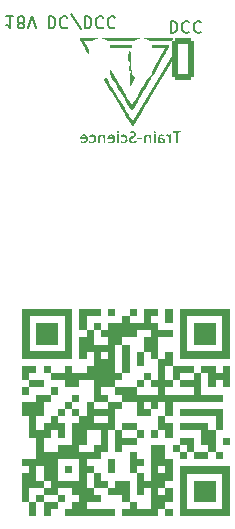
<source format=gbr>
%TF.GenerationSoftware,KiCad,Pcbnew,8.0.2*%
%TF.CreationDate,2024-09-07T15:44:48+02:00*%
%TF.ProjectId,OS-servoDriver,4f532d73-6572-4766-9f44-72697665722e,rev?*%
%TF.SameCoordinates,Original*%
%TF.FileFunction,Legend,Bot*%
%TF.FilePolarity,Positive*%
%FSLAX46Y46*%
G04 Gerber Fmt 4.6, Leading zero omitted, Abs format (unit mm)*
G04 Created by KiCad (PCBNEW 8.0.2) date 2024-09-07 15:44:48*
%MOMM*%
%LPD*%
G01*
G04 APERTURE LIST*
G04 Aperture macros list*
%AMRoundRect*
0 Rectangle with rounded corners*
0 $1 Rounding radius*
0 $2 $3 $4 $5 $6 $7 $8 $9 X,Y pos of 4 corners*
0 Add a 4 corners polygon primitive as box body*
4,1,4,$2,$3,$4,$5,$6,$7,$8,$9,$2,$3,0*
0 Add four circle primitives for the rounded corners*
1,1,$1+$1,$2,$3*
1,1,$1+$1,$4,$5*
1,1,$1+$1,$6,$7*
1,1,$1+$1,$8,$9*
0 Add four rect primitives between the rounded corners*
20,1,$1+$1,$2,$3,$4,$5,0*
20,1,$1+$1,$4,$5,$6,$7,0*
20,1,$1+$1,$6,$7,$8,$9,0*
20,1,$1+$1,$8,$9,$2,$3,0*%
G04 Aperture macros list end*
%ADD10C,0.150000*%
%ADD11C,0.000000*%
%ADD12O,1.800000X3.600000*%
%ADD13RoundRect,0.250000X0.650000X1.550000X-0.650000X1.550000X-0.650000X-1.550000X0.650000X-1.550000X0*%
%ADD14O,1.700000X1.700000*%
%ADD15R,1.700000X1.700000*%
%ADD16C,3.200000*%
G04 APERTURE END LIST*
D10*
X124288779Y-106810180D02*
X124288779Y-107810180D01*
X124288779Y-107810180D02*
X124526874Y-107810180D01*
X124526874Y-107810180D02*
X124669731Y-107762561D01*
X124669731Y-107762561D02*
X124764969Y-107667323D01*
X124764969Y-107667323D02*
X124812588Y-107572085D01*
X124812588Y-107572085D02*
X124860207Y-107381609D01*
X124860207Y-107381609D02*
X124860207Y-107238752D01*
X124860207Y-107238752D02*
X124812588Y-107048276D01*
X124812588Y-107048276D02*
X124764969Y-106953038D01*
X124764969Y-106953038D02*
X124669731Y-106857800D01*
X124669731Y-106857800D02*
X124526874Y-106810180D01*
X124526874Y-106810180D02*
X124288779Y-106810180D01*
X125860207Y-106905419D02*
X125812588Y-106857800D01*
X125812588Y-106857800D02*
X125669731Y-106810180D01*
X125669731Y-106810180D02*
X125574493Y-106810180D01*
X125574493Y-106810180D02*
X125431636Y-106857800D01*
X125431636Y-106857800D02*
X125336398Y-106953038D01*
X125336398Y-106953038D02*
X125288779Y-107048276D01*
X125288779Y-107048276D02*
X125241160Y-107238752D01*
X125241160Y-107238752D02*
X125241160Y-107381609D01*
X125241160Y-107381609D02*
X125288779Y-107572085D01*
X125288779Y-107572085D02*
X125336398Y-107667323D01*
X125336398Y-107667323D02*
X125431636Y-107762561D01*
X125431636Y-107762561D02*
X125574493Y-107810180D01*
X125574493Y-107810180D02*
X125669731Y-107810180D01*
X125669731Y-107810180D02*
X125812588Y-107762561D01*
X125812588Y-107762561D02*
X125860207Y-107714942D01*
X126860207Y-106905419D02*
X126812588Y-106857800D01*
X126812588Y-106857800D02*
X126669731Y-106810180D01*
X126669731Y-106810180D02*
X126574493Y-106810180D01*
X126574493Y-106810180D02*
X126431636Y-106857800D01*
X126431636Y-106857800D02*
X126336398Y-106953038D01*
X126336398Y-106953038D02*
X126288779Y-107048276D01*
X126288779Y-107048276D02*
X126241160Y-107238752D01*
X126241160Y-107238752D02*
X126241160Y-107381609D01*
X126241160Y-107381609D02*
X126288779Y-107572085D01*
X126288779Y-107572085D02*
X126336398Y-107667323D01*
X126336398Y-107667323D02*
X126431636Y-107762561D01*
X126431636Y-107762561D02*
X126574493Y-107810180D01*
X126574493Y-107810180D02*
X126669731Y-107810180D01*
X126669731Y-107810180D02*
X126812588Y-107762561D01*
X126812588Y-107762561D02*
X126860207Y-107714942D01*
X110969588Y-106429180D02*
X110398160Y-106429180D01*
X110683874Y-106429180D02*
X110683874Y-107429180D01*
X110683874Y-107429180D02*
X110588636Y-107286323D01*
X110588636Y-107286323D02*
X110493398Y-107191085D01*
X110493398Y-107191085D02*
X110398160Y-107143466D01*
X111541017Y-107000609D02*
X111445779Y-107048228D01*
X111445779Y-107048228D02*
X111398160Y-107095847D01*
X111398160Y-107095847D02*
X111350541Y-107191085D01*
X111350541Y-107191085D02*
X111350541Y-107238704D01*
X111350541Y-107238704D02*
X111398160Y-107333942D01*
X111398160Y-107333942D02*
X111445779Y-107381561D01*
X111445779Y-107381561D02*
X111541017Y-107429180D01*
X111541017Y-107429180D02*
X111731493Y-107429180D01*
X111731493Y-107429180D02*
X111826731Y-107381561D01*
X111826731Y-107381561D02*
X111874350Y-107333942D01*
X111874350Y-107333942D02*
X111921969Y-107238704D01*
X111921969Y-107238704D02*
X111921969Y-107191085D01*
X111921969Y-107191085D02*
X111874350Y-107095847D01*
X111874350Y-107095847D02*
X111826731Y-107048228D01*
X111826731Y-107048228D02*
X111731493Y-107000609D01*
X111731493Y-107000609D02*
X111541017Y-107000609D01*
X111541017Y-107000609D02*
X111445779Y-106952990D01*
X111445779Y-106952990D02*
X111398160Y-106905371D01*
X111398160Y-106905371D02*
X111350541Y-106810133D01*
X111350541Y-106810133D02*
X111350541Y-106619657D01*
X111350541Y-106619657D02*
X111398160Y-106524419D01*
X111398160Y-106524419D02*
X111445779Y-106476800D01*
X111445779Y-106476800D02*
X111541017Y-106429180D01*
X111541017Y-106429180D02*
X111731493Y-106429180D01*
X111731493Y-106429180D02*
X111826731Y-106476800D01*
X111826731Y-106476800D02*
X111874350Y-106524419D01*
X111874350Y-106524419D02*
X111921969Y-106619657D01*
X111921969Y-106619657D02*
X111921969Y-106810133D01*
X111921969Y-106810133D02*
X111874350Y-106905371D01*
X111874350Y-106905371D02*
X111826731Y-106952990D01*
X111826731Y-106952990D02*
X111731493Y-107000609D01*
X112207684Y-107429180D02*
X112541017Y-106429180D01*
X112541017Y-106429180D02*
X112874350Y-107429180D01*
X113969589Y-106429180D02*
X113969589Y-107429180D01*
X113969589Y-107429180D02*
X114207684Y-107429180D01*
X114207684Y-107429180D02*
X114350541Y-107381561D01*
X114350541Y-107381561D02*
X114445779Y-107286323D01*
X114445779Y-107286323D02*
X114493398Y-107191085D01*
X114493398Y-107191085D02*
X114541017Y-107000609D01*
X114541017Y-107000609D02*
X114541017Y-106857752D01*
X114541017Y-106857752D02*
X114493398Y-106667276D01*
X114493398Y-106667276D02*
X114445779Y-106572038D01*
X114445779Y-106572038D02*
X114350541Y-106476800D01*
X114350541Y-106476800D02*
X114207684Y-106429180D01*
X114207684Y-106429180D02*
X113969589Y-106429180D01*
X115541017Y-106524419D02*
X115493398Y-106476800D01*
X115493398Y-106476800D02*
X115350541Y-106429180D01*
X115350541Y-106429180D02*
X115255303Y-106429180D01*
X115255303Y-106429180D02*
X115112446Y-106476800D01*
X115112446Y-106476800D02*
X115017208Y-106572038D01*
X115017208Y-106572038D02*
X114969589Y-106667276D01*
X114969589Y-106667276D02*
X114921970Y-106857752D01*
X114921970Y-106857752D02*
X114921970Y-107000609D01*
X114921970Y-107000609D02*
X114969589Y-107191085D01*
X114969589Y-107191085D02*
X115017208Y-107286323D01*
X115017208Y-107286323D02*
X115112446Y-107381561D01*
X115112446Y-107381561D02*
X115255303Y-107429180D01*
X115255303Y-107429180D02*
X115350541Y-107429180D01*
X115350541Y-107429180D02*
X115493398Y-107381561D01*
X115493398Y-107381561D02*
X115541017Y-107333942D01*
X116683874Y-107476800D02*
X115826732Y-106191085D01*
X117017208Y-106429180D02*
X117017208Y-107429180D01*
X117017208Y-107429180D02*
X117255303Y-107429180D01*
X117255303Y-107429180D02*
X117398160Y-107381561D01*
X117398160Y-107381561D02*
X117493398Y-107286323D01*
X117493398Y-107286323D02*
X117541017Y-107191085D01*
X117541017Y-107191085D02*
X117588636Y-107000609D01*
X117588636Y-107000609D02*
X117588636Y-106857752D01*
X117588636Y-106857752D02*
X117541017Y-106667276D01*
X117541017Y-106667276D02*
X117493398Y-106572038D01*
X117493398Y-106572038D02*
X117398160Y-106476800D01*
X117398160Y-106476800D02*
X117255303Y-106429180D01*
X117255303Y-106429180D02*
X117017208Y-106429180D01*
X118588636Y-106524419D02*
X118541017Y-106476800D01*
X118541017Y-106476800D02*
X118398160Y-106429180D01*
X118398160Y-106429180D02*
X118302922Y-106429180D01*
X118302922Y-106429180D02*
X118160065Y-106476800D01*
X118160065Y-106476800D02*
X118064827Y-106572038D01*
X118064827Y-106572038D02*
X118017208Y-106667276D01*
X118017208Y-106667276D02*
X117969589Y-106857752D01*
X117969589Y-106857752D02*
X117969589Y-107000609D01*
X117969589Y-107000609D02*
X118017208Y-107191085D01*
X118017208Y-107191085D02*
X118064827Y-107286323D01*
X118064827Y-107286323D02*
X118160065Y-107381561D01*
X118160065Y-107381561D02*
X118302922Y-107429180D01*
X118302922Y-107429180D02*
X118398160Y-107429180D01*
X118398160Y-107429180D02*
X118541017Y-107381561D01*
X118541017Y-107381561D02*
X118588636Y-107333942D01*
X119588636Y-106524419D02*
X119541017Y-106476800D01*
X119541017Y-106476800D02*
X119398160Y-106429180D01*
X119398160Y-106429180D02*
X119302922Y-106429180D01*
X119302922Y-106429180D02*
X119160065Y-106476800D01*
X119160065Y-106476800D02*
X119064827Y-106572038D01*
X119064827Y-106572038D02*
X119017208Y-106667276D01*
X119017208Y-106667276D02*
X118969589Y-106857752D01*
X118969589Y-106857752D02*
X118969589Y-107000609D01*
X118969589Y-107000609D02*
X119017208Y-107191085D01*
X119017208Y-107191085D02*
X119064827Y-107286323D01*
X119064827Y-107286323D02*
X119160065Y-107381561D01*
X119160065Y-107381561D02*
X119302922Y-107429180D01*
X119302922Y-107429180D02*
X119398160Y-107429180D01*
X119398160Y-107429180D02*
X119541017Y-107381561D01*
X119541017Y-107381561D02*
X119588636Y-107333942D01*
D11*
%TO.C,G\u002A\u002A\u002A*%
G36*
X119937643Y-117154200D02*
G01*
X119776679Y-117154200D01*
X119776679Y-116413769D01*
X119937643Y-116413769D01*
X119937643Y-117154200D01*
G37*
G36*
X123028137Y-117154200D02*
G01*
X122867174Y-117154200D01*
X122867174Y-116413769D01*
X123028137Y-116413769D01*
X123028137Y-117154200D01*
G37*
G36*
X119900562Y-116154361D02*
G01*
X119931833Y-116212565D01*
X119933714Y-116229786D01*
X119920546Y-116273959D01*
X119861300Y-116284999D01*
X119807002Y-116279300D01*
X119758463Y-116243248D01*
X119764576Y-116173528D01*
X119788557Y-116141565D01*
X119844317Y-116128714D01*
X119900562Y-116154361D01*
G37*
G36*
X122991057Y-116154361D02*
G01*
X123022328Y-116212565D01*
X123024208Y-116229786D01*
X123011040Y-116273959D01*
X122951794Y-116284999D01*
X122897497Y-116279300D01*
X122848957Y-116243248D01*
X122855070Y-116173528D01*
X122879051Y-116141565D01*
X122934811Y-116128714D01*
X122991057Y-116154361D01*
G37*
G36*
X121802697Y-116682845D02*
G01*
X121873403Y-116709919D01*
X121901394Y-116752406D01*
X121899883Y-116762965D01*
X121874379Y-116785353D01*
X121808268Y-116796841D01*
X121689781Y-116800081D01*
X121590351Y-116798672D01*
X121520453Y-116791260D01*
X121490951Y-116774166D01*
X121488845Y-116743744D01*
X121490713Y-116737014D01*
X121533283Y-116698266D01*
X121612737Y-116676600D01*
X121709175Y-116671599D01*
X121802697Y-116682845D01*
G37*
G36*
X124348035Y-117154200D02*
G01*
X124267554Y-117154200D01*
X124242154Y-117153549D01*
X124210963Y-117143539D01*
X124194538Y-117110440D01*
X124188151Y-117040488D01*
X124187072Y-116919919D01*
X124186820Y-116887100D01*
X124174100Y-116726385D01*
X124139695Y-116619818D01*
X124080170Y-116560752D01*
X123992091Y-116542540D01*
X123970283Y-116542013D01*
X123912873Y-116525633D01*
X123897338Y-116478155D01*
X123904379Y-116450259D01*
X123952967Y-116417074D01*
X124032476Y-116415196D01*
X124124803Y-116447095D01*
X124167366Y-116463977D01*
X124187072Y-116447095D01*
X124207060Y-116425174D01*
X124267554Y-116413769D01*
X124348035Y-116413769D01*
X124348035Y-117154200D01*
G37*
G36*
X124913250Y-116124161D02*
G01*
X125051928Y-116125892D01*
X125140901Y-116130863D01*
X125190335Y-116140589D01*
X125210399Y-116156588D01*
X125211260Y-116180373D01*
X125198923Y-116207105D01*
X125148526Y-116233408D01*
X125047936Y-116246522D01*
X124895310Y-116256334D01*
X124895310Y-117154200D01*
X124734347Y-117154200D01*
X124734347Y-116252806D01*
X124589480Y-116252806D01*
X124579073Y-116252782D01*
X124493451Y-116247683D01*
X124454092Y-116228657D01*
X124444613Y-116188421D01*
X124446076Y-116169024D01*
X124458582Y-116148129D01*
X124492918Y-116134945D01*
X124559722Y-116127709D01*
X124669632Y-116124660D01*
X124833286Y-116124036D01*
X124913250Y-116124161D01*
G37*
G36*
X117767443Y-116428527D02*
G01*
X117871074Y-116489042D01*
X117936761Y-116599108D01*
X117967213Y-116761733D01*
X117972723Y-116870215D01*
X117965240Y-116942703D01*
X117937730Y-116996957D01*
X117883565Y-117056323D01*
X117849476Y-117088169D01*
X117763070Y-117140144D01*
X117658007Y-117154200D01*
X117556735Y-117140981D01*
X117465331Y-117100764D01*
X117410377Y-117043108D01*
X117405822Y-116977773D01*
X117417453Y-116950932D01*
X117440884Y-116938129D01*
X117486159Y-116972759D01*
X117487143Y-116973642D01*
X117576839Y-117017772D01*
X117678361Y-117018246D01*
X117762339Y-116974841D01*
X117772905Y-116962043D01*
X117803926Y-116879032D01*
X117812505Y-116770878D01*
X117798643Y-116666078D01*
X117762339Y-116593129D01*
X117761462Y-116592260D01*
X117677057Y-116549442D01*
X117575499Y-116550500D01*
X117486159Y-116595211D01*
X117457801Y-116619557D01*
X117427105Y-116628981D01*
X117405822Y-116590197D01*
X117407209Y-116532548D01*
X117456895Y-116473368D01*
X117543854Y-116430371D01*
X117653736Y-116413769D01*
X117767443Y-116428527D01*
G37*
G36*
X120439433Y-116428527D02*
G01*
X120543064Y-116489042D01*
X120608751Y-116599108D01*
X120639202Y-116761733D01*
X120644713Y-116870215D01*
X120637230Y-116942703D01*
X120609720Y-116996957D01*
X120555554Y-117056323D01*
X120521466Y-117088169D01*
X120435060Y-117140144D01*
X120329997Y-117154200D01*
X120228725Y-117140981D01*
X120137321Y-117100764D01*
X120082367Y-117043108D01*
X120077812Y-116977773D01*
X120089442Y-116950932D01*
X120112874Y-116938129D01*
X120158149Y-116972759D01*
X120159132Y-116973642D01*
X120248829Y-117017772D01*
X120350351Y-117018246D01*
X120434329Y-116974841D01*
X120437808Y-116971116D01*
X120472068Y-116895813D01*
X120484918Y-116783985D01*
X120484829Y-116774249D01*
X120470026Y-116664454D01*
X120434329Y-116593129D01*
X120433452Y-116592260D01*
X120349046Y-116549442D01*
X120247489Y-116550500D01*
X120158149Y-116595211D01*
X120129791Y-116619557D01*
X120099095Y-116628981D01*
X120077812Y-116590197D01*
X120079199Y-116532548D01*
X120128885Y-116473368D01*
X120215844Y-116430371D01*
X120325726Y-116413769D01*
X120439433Y-116428527D01*
G37*
G36*
X121155545Y-116135551D02*
G01*
X121275050Y-116185279D01*
X121353625Y-116264715D01*
X121385703Y-116363357D01*
X121365715Y-116470707D01*
X121288095Y-116576264D01*
X121269912Y-116592568D01*
X121188092Y-116653866D01*
X121119083Y-116689566D01*
X121089151Y-116700271D01*
X120997182Y-116759964D01*
X120944659Y-116838595D01*
X120938147Y-116921370D01*
X120984212Y-116993493D01*
X120994171Y-117000264D01*
X121075009Y-117018002D01*
X121197064Y-117009359D01*
X121346071Y-116975064D01*
X121394108Y-116971068D01*
X121419312Y-116998510D01*
X121403630Y-117048052D01*
X121346956Y-117104086D01*
X121274362Y-117135597D01*
X121150995Y-117152193D01*
X121018443Y-117142535D01*
X120904505Y-117106471D01*
X120835918Y-117051535D01*
X120776175Y-116949564D01*
X120757510Y-116847135D01*
X120783286Y-116747193D01*
X120863892Y-116658305D01*
X121004028Y-116572699D01*
X121081544Y-116529443D01*
X121180966Y-116449245D01*
X121218040Y-116372183D01*
X121191874Y-116299550D01*
X121189325Y-116296703D01*
X121130866Y-116266818D01*
X121047363Y-116253888D01*
X120967389Y-116259439D01*
X120919518Y-116284999D01*
X120878666Y-116315789D01*
X120829818Y-116304914D01*
X120806844Y-116253939D01*
X120806846Y-116253335D01*
X120836524Y-116184240D01*
X120919550Y-116139771D01*
X121048289Y-116124036D01*
X121155545Y-116135551D01*
G37*
G36*
X123831800Y-116933537D02*
G01*
X123817997Y-117029657D01*
X123763052Y-117102932D01*
X123715337Y-117125617D01*
X123611055Y-117143821D01*
X123454320Y-117147021D01*
X123215488Y-117142149D01*
X123224949Y-116886009D01*
X123382256Y-116886009D01*
X123387663Y-116923033D01*
X123420887Y-116986799D01*
X123462907Y-117012034D01*
X123541587Y-117024708D01*
X123617211Y-117011887D01*
X123661178Y-116974977D01*
X123663371Y-116917434D01*
X123611613Y-116872669D01*
X123500200Y-116842989D01*
X123429399Y-116834870D01*
X123391113Y-116846273D01*
X123382256Y-116886009D01*
X123224949Y-116886009D01*
X123226439Y-116845661D01*
X123229750Y-116772881D01*
X123245189Y-116618138D01*
X123275297Y-116514404D01*
X123326525Y-116452130D01*
X123405320Y-116421768D01*
X123518132Y-116413769D01*
X123553023Y-116414364D01*
X123685633Y-116431257D01*
X123770723Y-116469209D01*
X123800760Y-116525250D01*
X123800575Y-116529278D01*
X123782746Y-116552184D01*
X123726931Y-116558973D01*
X123620538Y-116551480D01*
X123522247Y-116544689D01*
X123448450Y-116551964D01*
X123411779Y-116577951D01*
X123389171Y-116624663D01*
X123390730Y-116681832D01*
X123438593Y-116703683D01*
X123500848Y-116709723D01*
X123611053Y-116736717D01*
X123714915Y-116776608D01*
X123783578Y-116819690D01*
X123802410Y-116842887D01*
X123826579Y-116917434D01*
X123831800Y-116933537D01*
G37*
G36*
X117285062Y-116684000D02*
G01*
X117289043Y-116855890D01*
X117284990Y-116886586D01*
X117251673Y-116999779D01*
X117186543Y-117080705D01*
X117173593Y-117090820D01*
X117085060Y-117131354D01*
X116974826Y-117151154D01*
X116859745Y-117151338D01*
X116756676Y-117133024D01*
X116682473Y-117097331D01*
X116653992Y-117045376D01*
X116654595Y-117038067D01*
X116674625Y-117016300D01*
X116732476Y-117009706D01*
X116840940Y-117016295D01*
X116916509Y-117020072D01*
X117040577Y-117003168D01*
X117113215Y-116950960D01*
X117136882Y-116862167D01*
X117136110Y-116847882D01*
X117123383Y-116822313D01*
X117084931Y-116807892D01*
X117007877Y-116801517D01*
X116879341Y-116800081D01*
X116621800Y-116800081D01*
X116621800Y-116701027D01*
X116633096Y-116645557D01*
X116782763Y-116645557D01*
X116798534Y-116656152D01*
X116862846Y-116667076D01*
X116959822Y-116671311D01*
X117032663Y-116669017D01*
X117107767Y-116659662D01*
X117136882Y-116645557D01*
X117119398Y-116602073D01*
X117054491Y-116559306D01*
X116959822Y-116542540D01*
X116885085Y-116552712D01*
X116811579Y-116590477D01*
X116782763Y-116645557D01*
X116633096Y-116645557D01*
X116639427Y-116614471D01*
X116706589Y-116513669D01*
X116808043Y-116441419D01*
X116926752Y-116413769D01*
X116991651Y-116417482D01*
X117133413Y-116461192D01*
X117232201Y-116551233D01*
X117269756Y-116645557D01*
X117285062Y-116684000D01*
G37*
G36*
X118730632Y-116414988D02*
G01*
X118754082Y-116425787D01*
X118768311Y-116457124D01*
X118775622Y-116519962D01*
X118778320Y-116625262D01*
X118778707Y-116783985D01*
X118778707Y-117154200D01*
X118698226Y-117154200D01*
X118664899Y-117152724D01*
X118638045Y-117139601D01*
X118624001Y-117101642D01*
X118618617Y-117025664D01*
X118617744Y-116898485D01*
X118617648Y-116859304D01*
X118614459Y-116742262D01*
X118603981Y-116669461D01*
X118582472Y-116624920D01*
X118546196Y-116592654D01*
X118528838Y-116581399D01*
X118439310Y-116547399D01*
X118361414Y-116551444D01*
X118315358Y-116593462D01*
X118313401Y-116599840D01*
X118304470Y-116665366D01*
X118298190Y-116771739D01*
X118295817Y-116899292D01*
X118295363Y-117004007D01*
X118291258Y-117089522D01*
X118279330Y-117134257D01*
X118255413Y-117151415D01*
X118215336Y-117154200D01*
X118210166Y-117154194D01*
X118173666Y-117150987D01*
X118151405Y-117133328D01*
X118139863Y-117088734D01*
X118135520Y-117004722D01*
X118134854Y-116868808D01*
X118140764Y-116704568D01*
X118164825Y-116566150D01*
X118211329Y-116476519D01*
X118284433Y-116428213D01*
X118388293Y-116413769D01*
X118402737Y-116414050D01*
X118491895Y-116427219D01*
X118550944Y-116454010D01*
X118586858Y-116478107D01*
X118608354Y-116454010D01*
X118635439Y-116428507D01*
X118700908Y-116413769D01*
X118730632Y-116414988D01*
G37*
G36*
X119602933Y-116684000D02*
G01*
X119606913Y-116855890D01*
X119602861Y-116886586D01*
X119569544Y-116999779D01*
X119504414Y-117080705D01*
X119491464Y-117090820D01*
X119402931Y-117131354D01*
X119292696Y-117151154D01*
X119177616Y-117151338D01*
X119074546Y-117133024D01*
X119000343Y-117097331D01*
X118971863Y-117045376D01*
X118972465Y-117038067D01*
X118992496Y-117016300D01*
X119050347Y-117009706D01*
X119158811Y-117016295D01*
X119234380Y-117020072D01*
X119358448Y-117003168D01*
X119431086Y-116950960D01*
X119454753Y-116862167D01*
X119453980Y-116847882D01*
X119441254Y-116822313D01*
X119402802Y-116807892D01*
X119325747Y-116801517D01*
X119197212Y-116800081D01*
X118939670Y-116800081D01*
X118939670Y-116701027D01*
X118950967Y-116645557D01*
X119100634Y-116645557D01*
X119116405Y-116656152D01*
X119180717Y-116667076D01*
X119277693Y-116671311D01*
X119350534Y-116669017D01*
X119425637Y-116659662D01*
X119454753Y-116645557D01*
X119437269Y-116602073D01*
X119372361Y-116559306D01*
X119277693Y-116542540D01*
X119202956Y-116552712D01*
X119129450Y-116590477D01*
X119100634Y-116645557D01*
X118950967Y-116645557D01*
X118957298Y-116614471D01*
X119024460Y-116513669D01*
X119125914Y-116441419D01*
X119244623Y-116413769D01*
X119309522Y-116417482D01*
X119451284Y-116461192D01*
X119550072Y-116551233D01*
X119587627Y-116645557D01*
X119602933Y-116684000D01*
G37*
G36*
X122625943Y-116414988D02*
G01*
X122649392Y-116425787D01*
X122663621Y-116457124D01*
X122670933Y-116519962D01*
X122673630Y-116625262D01*
X122674018Y-116783985D01*
X122674018Y-117154200D01*
X122593536Y-117154200D01*
X122560209Y-117152724D01*
X122533355Y-117139601D01*
X122519311Y-117101642D01*
X122513927Y-117025664D01*
X122513054Y-116898485D01*
X122512958Y-116859304D01*
X122509770Y-116742262D01*
X122499291Y-116669461D01*
X122477783Y-116624920D01*
X122441506Y-116592654D01*
X122424149Y-116581399D01*
X122334620Y-116547399D01*
X122256725Y-116551444D01*
X122210669Y-116593462D01*
X122208712Y-116599840D01*
X122199781Y-116665366D01*
X122193501Y-116771739D01*
X122191128Y-116899292D01*
X122190674Y-117004007D01*
X122186568Y-117089522D01*
X122174641Y-117134257D01*
X122150723Y-117151415D01*
X122110646Y-117154200D01*
X122105476Y-117154194D01*
X122068976Y-117150987D01*
X122046716Y-117133328D01*
X122035174Y-117088734D01*
X122030830Y-117004722D01*
X122030165Y-116868808D01*
X122036075Y-116704568D01*
X122060135Y-116566150D01*
X122106639Y-116476519D01*
X122179743Y-116428213D01*
X122283604Y-116413769D01*
X122298048Y-116414050D01*
X122387205Y-116427219D01*
X122446255Y-116454010D01*
X122482168Y-116478107D01*
X122503665Y-116454010D01*
X122530750Y-116428507D01*
X122596219Y-116413769D01*
X122625943Y-116414988D01*
G37*
G36*
X120865584Y-109386055D02*
G01*
X120972767Y-109408861D01*
X121073350Y-109432620D01*
X121190498Y-109458490D01*
X121273637Y-109474793D01*
X121395236Y-109496750D01*
X121533330Y-109529223D01*
X121620583Y-109562145D01*
X121651770Y-109582406D01*
X121659596Y-109615893D01*
X121630486Y-109679058D01*
X121600421Y-109738127D01*
X121554304Y-109834113D01*
X121500888Y-109948502D01*
X121447168Y-110065987D01*
X121400137Y-110171260D01*
X121366789Y-110249014D01*
X121354119Y-110283939D01*
X121363380Y-110291074D01*
X121412351Y-110297166D01*
X121452176Y-110303492D01*
X121525165Y-110337407D01*
X121540994Y-110349772D01*
X121561542Y-110379801D01*
X121553917Y-110425076D01*
X121517132Y-110506418D01*
X121477393Y-110590681D01*
X121428778Y-110697347D01*
X121378601Y-110809885D01*
X121333966Y-110912197D01*
X121301976Y-110988185D01*
X121289734Y-111021752D01*
X121302087Y-111029883D01*
X121353957Y-111046882D01*
X121370712Y-111051961D01*
X121419591Y-111085444D01*
X121432862Y-111145132D01*
X121410483Y-111240145D01*
X121352412Y-111379598D01*
X121293724Y-111507375D01*
X121235959Y-111633942D01*
X121192615Y-111729739D01*
X121151819Y-111820386D01*
X121094889Y-111946417D01*
X121036281Y-112075810D01*
X120987947Y-112175317D01*
X120931388Y-112265226D01*
X120889957Y-112292590D01*
X120863601Y-112257388D01*
X120852268Y-112159598D01*
X120855906Y-111999196D01*
X120859886Y-111929403D01*
X120868180Y-111780500D01*
X120877639Y-111607671D01*
X120886896Y-111435771D01*
X120906005Y-111077418D01*
X120821617Y-111056238D01*
X120816672Y-111054961D01*
X120776504Y-111037997D01*
X120755203Y-111005791D01*
X120751919Y-110946527D01*
X120765804Y-110848393D01*
X120796010Y-110699574D01*
X120800827Y-110676954D01*
X120830958Y-110525284D01*
X120844833Y-110422164D01*
X120842154Y-110355271D01*
X120822626Y-110312286D01*
X120785953Y-110280888D01*
X120783111Y-110279021D01*
X120753176Y-110256265D01*
X120733207Y-110227066D01*
X120721580Y-110179841D01*
X120716670Y-110103007D01*
X120716853Y-109984980D01*
X120720506Y-109814178D01*
X120721185Y-109787545D01*
X120726677Y-109633056D01*
X120733793Y-109504829D01*
X120741688Y-109415569D01*
X120749518Y-109377982D01*
X120784913Y-109375110D01*
X120865584Y-109386055D01*
G37*
G36*
X124081719Y-109159184D02*
G01*
X124002787Y-109308073D01*
X123897520Y-109500575D01*
X123764981Y-109738366D01*
X123604234Y-110023123D01*
X123414343Y-110356524D01*
X123194371Y-110740245D01*
X122943382Y-111175962D01*
X122660439Y-111665354D01*
X122611932Y-111749120D01*
X122395243Y-112123143D01*
X122187855Y-112480831D01*
X121992060Y-112818244D01*
X121810153Y-113131441D01*
X121644426Y-113416482D01*
X121497173Y-113669428D01*
X121370688Y-113886339D01*
X121267262Y-114063274D01*
X121189191Y-114196294D01*
X121138767Y-114281458D01*
X121118283Y-114314827D01*
X121078828Y-114339333D01*
X121004969Y-114347019D01*
X120995686Y-114344271D01*
X120975663Y-114330318D01*
X120948629Y-114301943D01*
X120912638Y-114255973D01*
X120865739Y-114189233D01*
X120805986Y-114098552D01*
X120731428Y-113980755D01*
X120640119Y-113832670D01*
X120530109Y-113651124D01*
X120399450Y-113432942D01*
X120246193Y-113174953D01*
X120068390Y-112873982D01*
X119864093Y-112526857D01*
X119631353Y-112130404D01*
X119368222Y-111681450D01*
X119119297Y-111255970D01*
X118858813Y-110809321D01*
X118629789Y-110414872D01*
X118431313Y-110071011D01*
X118262474Y-109776128D01*
X118122359Y-109528610D01*
X118010059Y-109326845D01*
X117924661Y-109169220D01*
X117900356Y-109122134D01*
X118170753Y-109122134D01*
X119578654Y-111527177D01*
X119748203Y-111816713D01*
X119952368Y-112165092D01*
X120145448Y-112494265D01*
X120325065Y-112800190D01*
X120488839Y-113078826D01*
X120634391Y-113326130D01*
X120759342Y-113538061D01*
X120861313Y-113710577D01*
X120937924Y-113839637D01*
X120986797Y-113921197D01*
X121005551Y-113951218D01*
X121019109Y-113934326D01*
X121062889Y-113866149D01*
X121134496Y-113749481D01*
X121231586Y-113588287D01*
X121351814Y-113386530D01*
X121492836Y-113148174D01*
X121652308Y-112877185D01*
X121827885Y-112577526D01*
X122017222Y-112253162D01*
X122217976Y-111908056D01*
X122427803Y-111546175D01*
X123831057Y-109122134D01*
X122415529Y-109113751D01*
X122123334Y-109112322D01*
X121712992Y-109111062D01*
X121272337Y-109110402D01*
X120820309Y-109110341D01*
X120375847Y-109110879D01*
X119957890Y-109112016D01*
X119585377Y-109113751D01*
X118170753Y-109122134D01*
X117900356Y-109122134D01*
X117865252Y-109054125D01*
X117830923Y-108979948D01*
X117820761Y-108945075D01*
X117829024Y-108864593D01*
X124170976Y-108864593D01*
X124170640Y-108961171D01*
X124164325Y-108985537D01*
X124135253Y-109052231D01*
X124100264Y-109122134D01*
X124081719Y-109159184D01*
G37*
G36*
X125409319Y-108553634D02*
G01*
X125340391Y-108677603D01*
X125253544Y-108830190D01*
X125147239Y-109014043D01*
X125019940Y-109231812D01*
X124870107Y-109486146D01*
X124696204Y-109779693D01*
X124496692Y-110115103D01*
X124270035Y-110495024D01*
X124014693Y-110922106D01*
X123729130Y-111398996D01*
X123411808Y-111928344D01*
X123348249Y-112034324D01*
X123084652Y-112473804D01*
X122830181Y-112897988D01*
X122586834Y-113303547D01*
X122356611Y-113687155D01*
X122141509Y-114045484D01*
X121943527Y-114375208D01*
X121764662Y-114673000D01*
X121606914Y-114935531D01*
X121472280Y-115159476D01*
X121362758Y-115341508D01*
X121280348Y-115478298D01*
X121227047Y-115566521D01*
X121204854Y-115602849D01*
X121156237Y-115653194D01*
X121073048Y-115667234D01*
X121067308Y-115665830D01*
X121050270Y-115655488D01*
X121027050Y-115633107D01*
X120995962Y-115595991D01*
X120955317Y-115541444D01*
X120903427Y-115466771D01*
X120838606Y-115369274D01*
X120759164Y-115246259D01*
X120663414Y-115095029D01*
X120549668Y-114912888D01*
X120416239Y-114697141D01*
X120261439Y-114445091D01*
X120083579Y-114154044D01*
X119880972Y-113821302D01*
X119651931Y-113444170D01*
X119394766Y-113019951D01*
X119107792Y-112545951D01*
X118789319Y-112019473D01*
X118746932Y-111949373D01*
X118405669Y-111384468D01*
X118097101Y-110872665D01*
X117820308Y-110412404D01*
X117574369Y-110002125D01*
X117358366Y-109640265D01*
X117171377Y-109325265D01*
X117012483Y-109055564D01*
X116880764Y-108829600D01*
X116775299Y-108645813D01*
X116695169Y-108502643D01*
X116682133Y-108478282D01*
X116951267Y-108478282D01*
X118742237Y-111440660D01*
X118951284Y-111786436D01*
X119195156Y-112189804D01*
X119431827Y-112581256D01*
X119658687Y-112956472D01*
X119873125Y-113311135D01*
X120072530Y-113640926D01*
X120254290Y-113941527D01*
X120415795Y-114208620D01*
X120554434Y-114437887D01*
X120667595Y-114625010D01*
X120752669Y-114765669D01*
X120807043Y-114855549D01*
X121080880Y-115308058D01*
X125178624Y-108478282D01*
X123121505Y-108469997D01*
X123040962Y-108469685D01*
X122586510Y-108468298D01*
X122086428Y-108467318D01*
X121556433Y-108466746D01*
X121012241Y-108466581D01*
X120469568Y-108466824D01*
X119944130Y-108467474D01*
X119451644Y-108468532D01*
X119007826Y-108469997D01*
X116951267Y-108478282D01*
X116682133Y-108478282D01*
X116639454Y-108398528D01*
X116607234Y-108331908D01*
X116597588Y-108301222D01*
X116605703Y-108220740D01*
X121055144Y-108212579D01*
X121651718Y-108211499D01*
X122217326Y-108210537D01*
X122724771Y-108209786D01*
X123177236Y-108209284D01*
X123577905Y-108209070D01*
X123929962Y-108209182D01*
X124236592Y-108209657D01*
X124500980Y-108210534D01*
X124726308Y-108211852D01*
X124915762Y-108213648D01*
X125072525Y-108215961D01*
X125199782Y-108218828D01*
X125300717Y-108222288D01*
X125378514Y-108226379D01*
X125436357Y-108231140D01*
X125477430Y-108236608D01*
X125504918Y-108242821D01*
X125522005Y-108249819D01*
X125531875Y-108257638D01*
X125537712Y-108266317D01*
X125538984Y-108270349D01*
X125536588Y-108290961D01*
X125523961Y-108326947D01*
X125499566Y-108380955D01*
X125461864Y-108455635D01*
X125449721Y-108478282D01*
X125409319Y-108553634D01*
G37*
G36*
X112327775Y-138143427D02*
G01*
X112327775Y-138446633D01*
X112024569Y-138446633D01*
X111721363Y-138446633D01*
X111721363Y-138143427D01*
X111721363Y-137840221D01*
X112024569Y-137840221D01*
X112327775Y-137840221D01*
X112327775Y-138143427D01*
G37*
G36*
X114753423Y-133292131D02*
G01*
X114753423Y-134201749D01*
X113843805Y-134201749D01*
X112934187Y-134201749D01*
X112934187Y-133292131D01*
X112934187Y-132382513D01*
X113843805Y-132382513D01*
X114753423Y-132382513D01*
X114753423Y-133292131D01*
G37*
G36*
X114753423Y-138143427D02*
G01*
X114753423Y-138446633D01*
X114450217Y-138446633D01*
X114147011Y-138446633D01*
X114147011Y-138143427D01*
X114147011Y-137840221D01*
X114450217Y-137840221D01*
X114753423Y-137840221D01*
X114753423Y-138143427D01*
G37*
G36*
X115359835Y-139962663D02*
G01*
X115359835Y-140265869D01*
X115056629Y-140265869D01*
X114753423Y-140265869D01*
X114753423Y-139962663D01*
X114753423Y-139659457D01*
X115056629Y-139659457D01*
X115359835Y-139659457D01*
X115359835Y-139962663D01*
G37*
G36*
X115966247Y-144813959D02*
G01*
X115966247Y-145117165D01*
X115663041Y-145117165D01*
X115359835Y-145117165D01*
X115359835Y-144813959D01*
X115359835Y-144510753D01*
X115663041Y-144510753D01*
X115966247Y-144510753D01*
X115966247Y-144813959D01*
G37*
G36*
X116572659Y-138749839D02*
G01*
X116572659Y-139053045D01*
X116269453Y-139053045D01*
X115966247Y-139053045D01*
X115966247Y-138749839D01*
X115966247Y-138446633D01*
X116269453Y-138446633D01*
X116572659Y-138446633D01*
X116572659Y-138749839D01*
G37*
G36*
X119604719Y-131472895D02*
G01*
X119604719Y-131776101D01*
X119301513Y-131776101D01*
X118998307Y-131776101D01*
X118998307Y-131472895D01*
X118998307Y-131169689D01*
X119301513Y-131169689D01*
X119604719Y-131169689D01*
X119604719Y-131472895D01*
G37*
G36*
X119604719Y-144510753D02*
G01*
X119604719Y-145117165D01*
X119301513Y-145117165D01*
X118998307Y-145117165D01*
X118998307Y-144510753D01*
X118998307Y-143904341D01*
X119301513Y-143904341D01*
X119604719Y-143904341D01*
X119604719Y-144510753D01*
G37*
G36*
X120817543Y-135414573D02*
G01*
X120817543Y-136627397D01*
X120514337Y-136627397D01*
X120211131Y-136627397D01*
X120211131Y-135414573D01*
X120211131Y-134201749D01*
X120514337Y-134201749D01*
X120817543Y-134201749D01*
X120817543Y-135414573D01*
G37*
G36*
X121423955Y-131472895D02*
G01*
X121423955Y-131776101D01*
X121120749Y-131776101D01*
X120817543Y-131776101D01*
X120817543Y-131472895D01*
X120817543Y-131169689D01*
X121120749Y-131169689D01*
X121423955Y-131169689D01*
X121423955Y-131472895D01*
G37*
G36*
X122030367Y-135414573D02*
G01*
X122030367Y-136020985D01*
X121727161Y-136020985D01*
X121423955Y-136020985D01*
X121423955Y-135414573D01*
X121423955Y-134808161D01*
X121727161Y-134808161D01*
X122030367Y-134808161D01*
X122030367Y-135414573D01*
G37*
G36*
X122030367Y-137537015D02*
G01*
X122030367Y-137840221D01*
X121727161Y-137840221D01*
X121423955Y-137840221D01*
X121423955Y-137537015D01*
X121423955Y-137233809D01*
X121727161Y-137233809D01*
X122030367Y-137233809D01*
X122030367Y-137537015D01*
G37*
G36*
X122636779Y-136930603D02*
G01*
X122636779Y-137233809D01*
X122333573Y-137233809D01*
X122030367Y-137233809D01*
X122030367Y-136930603D01*
X122030367Y-136627397D01*
X122333573Y-136627397D01*
X122636779Y-136627397D01*
X122636779Y-136930603D01*
G37*
G36*
X123243191Y-141781899D02*
G01*
X123243191Y-142085105D01*
X122939985Y-142085105D01*
X122636779Y-142085105D01*
X122636779Y-141781899D01*
X122636779Y-141478693D01*
X122939985Y-141478693D01*
X123243191Y-141478693D01*
X123243191Y-141781899D01*
G37*
G36*
X124456015Y-131776101D02*
G01*
X124456015Y-132382513D01*
X124152809Y-132382513D01*
X123849603Y-132382513D01*
X123849603Y-131776101D01*
X123849603Y-131169689D01*
X124152809Y-131169689D01*
X124456015Y-131169689D01*
X124456015Y-131776101D01*
G37*
G36*
X128094487Y-133292131D02*
G01*
X128094487Y-134201749D01*
X127184869Y-134201749D01*
X126275251Y-134201749D01*
X126275251Y-133292131D01*
X126275251Y-132382513D01*
X127184869Y-132382513D01*
X128094487Y-132382513D01*
X128094487Y-133292131D01*
G37*
G36*
X128094487Y-146633195D02*
G01*
X128094487Y-147542813D01*
X127184869Y-147542813D01*
X126275251Y-147542813D01*
X126275251Y-146633195D01*
X126275251Y-145723577D01*
X127184869Y-145723577D01*
X128094487Y-145723577D01*
X128094487Y-146633195D01*
G37*
G36*
X129307311Y-142388311D02*
G01*
X129307311Y-142691517D01*
X129004105Y-142691517D01*
X128700899Y-142691517D01*
X128700899Y-142388311D01*
X128700899Y-142085105D01*
X129004105Y-142085105D01*
X129307311Y-142085105D01*
X129307311Y-142388311D01*
G37*
G36*
X123849603Y-140569075D02*
G01*
X123849603Y-140872281D01*
X124152809Y-140872281D01*
X124456015Y-140872281D01*
X124456015Y-141478693D01*
X124456015Y-142085105D01*
X124152809Y-142085105D01*
X123849603Y-142085105D01*
X123849603Y-141781899D01*
X123849603Y-141478693D01*
X123546397Y-141478693D01*
X123243191Y-141478693D01*
X123243191Y-140872281D01*
X123243191Y-140265869D01*
X123546397Y-140265869D01*
X123849603Y-140265869D01*
X123849603Y-140569075D01*
G37*
G36*
X115966247Y-133292131D02*
G01*
X115966247Y-135414573D01*
X113843805Y-135414573D01*
X111721363Y-135414573D01*
X111721363Y-133292131D01*
X111721363Y-131810753D01*
X112362427Y-131810753D01*
X112362427Y-133292131D01*
X112362427Y-134773508D01*
X113843805Y-134773508D01*
X115325183Y-134773508D01*
X115325183Y-133292131D01*
X115325183Y-131810753D01*
X113843805Y-131810753D01*
X112362427Y-131810753D01*
X111721363Y-131810753D01*
X111721363Y-131169689D01*
X113843805Y-131169689D01*
X115966247Y-131169689D01*
X115966247Y-131810753D01*
X115966247Y-133292131D01*
G37*
G36*
X129307311Y-133292131D02*
G01*
X129307311Y-135414573D01*
X127184869Y-135414573D01*
X125062427Y-135414573D01*
X125062427Y-133292131D01*
X125062427Y-131810753D01*
X125703492Y-131810753D01*
X125703492Y-133292131D01*
X125703492Y-134773508D01*
X127184869Y-134773508D01*
X128666247Y-134773508D01*
X128666247Y-133292131D01*
X128666247Y-131810753D01*
X127184869Y-131810753D01*
X125703492Y-131810753D01*
X125062427Y-131810753D01*
X125062427Y-131169689D01*
X127184869Y-131169689D01*
X129307311Y-131169689D01*
X129307311Y-131810753D01*
X129307311Y-133292131D01*
G37*
G36*
X129307311Y-146633195D02*
G01*
X129307311Y-148755637D01*
X127184869Y-148755637D01*
X125062427Y-148755637D01*
X125062427Y-146633195D01*
X125062427Y-145151817D01*
X125703492Y-145151817D01*
X125703492Y-146633195D01*
X125703492Y-148114573D01*
X127184869Y-148114573D01*
X128666247Y-148114573D01*
X128666247Y-146633195D01*
X128666247Y-145151817D01*
X127184869Y-145151817D01*
X125703492Y-145151817D01*
X125062427Y-145151817D01*
X125062427Y-144510753D01*
X127184869Y-144510753D01*
X129307311Y-144510753D01*
X129307311Y-145151817D01*
X129307311Y-146633195D01*
G37*
G36*
X112934187Y-137233809D02*
G01*
X113540599Y-137233809D01*
X113540599Y-137537015D01*
X113540599Y-137840221D01*
X112934187Y-137840221D01*
X112327775Y-137840221D01*
X112327775Y-137537015D01*
X112327775Y-137233809D01*
X112934187Y-137233809D01*
G37*
G36*
X112934187Y-136324191D02*
G01*
X112934187Y-136627397D01*
X112630981Y-136627397D01*
X112327775Y-136627397D01*
X112327775Y-136930603D01*
X112327775Y-137233809D01*
X112024569Y-137233809D01*
X111721363Y-137233809D01*
X111721363Y-136627397D01*
X111721363Y-136020985D01*
X112327775Y-136020985D01*
X112934187Y-136020985D01*
X112934187Y-136324191D01*
G37*
G36*
X128700899Y-140569075D02*
G01*
X128700899Y-141478693D01*
X128397693Y-141478693D01*
X128094487Y-141478693D01*
X128094487Y-142388311D01*
X128094487Y-143297929D01*
X127791281Y-143297929D01*
X127488075Y-143297929D01*
X127488075Y-143601135D01*
X127488075Y-143904341D01*
X126881663Y-143904341D01*
X126275251Y-143904341D01*
X126275251Y-143601135D01*
X126275251Y-143297929D01*
X125972045Y-143297929D01*
X125668839Y-143297929D01*
X125668839Y-143601135D01*
X125668839Y-143904341D01*
X125365633Y-143904341D01*
X125062427Y-143904341D01*
X125062427Y-143601135D01*
X125062427Y-143297929D01*
X124759221Y-143297929D01*
X124456015Y-143297929D01*
X124456015Y-142994723D01*
X124456015Y-142691517D01*
X124759221Y-142691517D01*
X125062427Y-142691517D01*
X125062427Y-142994723D01*
X125062427Y-143297929D01*
X125365633Y-143297929D01*
X125668839Y-143297929D01*
X125668839Y-142994723D01*
X125668839Y-142691517D01*
X125365633Y-142691517D01*
X125062427Y-142691517D01*
X125062427Y-142388311D01*
X125062427Y-142085105D01*
X125668839Y-142085105D01*
X126275251Y-142085105D01*
X126275251Y-142691517D01*
X126275251Y-143297929D01*
X126881663Y-143297929D01*
X127488075Y-143297929D01*
X127488075Y-142994723D01*
X127488075Y-142691517D01*
X127184869Y-142691517D01*
X126881663Y-142691517D01*
X126881663Y-142085105D01*
X126881663Y-141478693D01*
X125972045Y-141478693D01*
X125062427Y-141478693D01*
X125062427Y-141175487D01*
X125062427Y-140872281D01*
X126275251Y-140872281D01*
X127488075Y-140872281D01*
X127488075Y-141175487D01*
X127488075Y-141478693D01*
X127791281Y-141478693D01*
X128094487Y-141478693D01*
X128094487Y-140872281D01*
X128094487Y-140265869D01*
X126578457Y-140265869D01*
X125062427Y-140265869D01*
X125062427Y-139962663D01*
X125062427Y-139659457D01*
X126881663Y-139659457D01*
X128700899Y-139659457D01*
X128700899Y-140569075D01*
G37*
G36*
X128397693Y-143297929D02*
G01*
X128700899Y-143297929D01*
X128700899Y-143601135D01*
X128700899Y-143904341D01*
X128397693Y-143904341D01*
X128094487Y-143904341D01*
X128094487Y-143601135D01*
X128094487Y-143297929D01*
X128397693Y-143297929D01*
G37*
G36*
X119604719Y-134808161D02*
G01*
X119604719Y-135414573D01*
X119604719Y-136627397D01*
X119907925Y-136627397D01*
X120211131Y-136627397D01*
X120211131Y-136930603D01*
X120211131Y-137233809D01*
X119907925Y-137233809D01*
X119604719Y-137233809D01*
X119604719Y-137537015D01*
X119604719Y-137840221D01*
X118998307Y-137840221D01*
X118391895Y-137840221D01*
X118391895Y-138143427D01*
X118391895Y-138446633D01*
X118695101Y-138446633D01*
X118998307Y-138446633D01*
X118998307Y-138749839D01*
X118998307Y-139053045D01*
X118391895Y-139053045D01*
X117785483Y-139053045D01*
X117785483Y-138143427D01*
X117785483Y-137233809D01*
X117179071Y-137233809D01*
X116572659Y-137233809D01*
X116572659Y-137537015D01*
X116572659Y-137840221D01*
X115966247Y-137840221D01*
X115359835Y-137840221D01*
X115359835Y-137537015D01*
X115359835Y-137233809D01*
X114753423Y-137233809D01*
X114147011Y-137233809D01*
X114147011Y-136930603D01*
X114147011Y-136627397D01*
X113843805Y-136627397D01*
X113540599Y-136627397D01*
X113540599Y-136324191D01*
X113540599Y-136020985D01*
X113843805Y-136020985D01*
X114147011Y-136020985D01*
X114147011Y-136324191D01*
X114147011Y-136627397D01*
X114753423Y-136627397D01*
X115359835Y-136627397D01*
X115359835Y-136324191D01*
X115359835Y-136020985D01*
X115663041Y-136020985D01*
X115966247Y-136020985D01*
X115966247Y-136324191D01*
X115966247Y-136627397D01*
X116572659Y-136627397D01*
X117179071Y-136627397D01*
X117179071Y-136324191D01*
X117179071Y-136020985D01*
X117482277Y-136020985D01*
X117785483Y-136020985D01*
X117785483Y-135414573D01*
X117785483Y-134808161D01*
X118391895Y-134808161D01*
X118391895Y-135111367D01*
X118391895Y-135414573D01*
X118695101Y-135414573D01*
X118998307Y-135414573D01*
X118998307Y-135111367D01*
X118998307Y-134808161D01*
X118695101Y-134808161D01*
X118391895Y-134808161D01*
X117785483Y-134808161D01*
X117482277Y-134808161D01*
X117179071Y-134808161D01*
X117179071Y-135111367D01*
X117179071Y-135414573D01*
X116875865Y-135414573D01*
X116572659Y-135414573D01*
X116572659Y-134504955D01*
X116572659Y-133595337D01*
X116875865Y-133595337D01*
X117179071Y-133595337D01*
X117179071Y-133292131D01*
X117179071Y-132988925D01*
X116875865Y-132988925D01*
X116572659Y-132988925D01*
X116572659Y-132079307D01*
X116572659Y-131169689D01*
X117482277Y-131169689D01*
X118391895Y-131169689D01*
X118391895Y-131472895D01*
X118391895Y-131776101D01*
X117785483Y-131776101D01*
X117179071Y-131776101D01*
X117179071Y-132382513D01*
X117179071Y-132988925D01*
X117482277Y-132988925D01*
X117785483Y-132988925D01*
X117785483Y-133595337D01*
X117785483Y-134201749D01*
X118391895Y-134201749D01*
X118998307Y-134201749D01*
X118998307Y-133898543D01*
X118998307Y-133595337D01*
X118695101Y-133595337D01*
X118391895Y-133595337D01*
X118391895Y-133292131D01*
X118391895Y-132988925D01*
X118088689Y-132988925D01*
X117785483Y-132988925D01*
X117785483Y-132685719D01*
X117785483Y-132382513D01*
X118088689Y-132382513D01*
X118391895Y-132382513D01*
X118391895Y-132685719D01*
X118391895Y-132988925D01*
X118695101Y-132988925D01*
X118998307Y-132988925D01*
X118998307Y-132685719D01*
X118998307Y-132382513D01*
X119604719Y-132382513D01*
X120211131Y-132382513D01*
X120211131Y-132079307D01*
X120211131Y-131776101D01*
X120514337Y-131776101D01*
X120817543Y-131776101D01*
X120817543Y-132079307D01*
X120817543Y-132382513D01*
X121423955Y-132382513D01*
X122030367Y-132382513D01*
X122030367Y-131776101D01*
X122030367Y-131169689D01*
X122636779Y-131169689D01*
X123243191Y-131169689D01*
X123243191Y-131472895D01*
X123243191Y-131776101D01*
X122939985Y-131776101D01*
X122636779Y-131776101D01*
X122636779Y-132079307D01*
X122636779Y-132382513D01*
X122939985Y-132382513D01*
X123243191Y-132382513D01*
X123243191Y-132685719D01*
X123243191Y-132988925D01*
X123849603Y-132988925D01*
X124456015Y-132988925D01*
X124456015Y-133292131D01*
X124456015Y-133595337D01*
X123849603Y-133595337D01*
X123243191Y-133595337D01*
X123243191Y-134504955D01*
X123243191Y-135414573D01*
X123546397Y-135414573D01*
X123849603Y-135414573D01*
X123849603Y-135111367D01*
X123849603Y-134808161D01*
X124152809Y-134808161D01*
X124456015Y-134808161D01*
X124456015Y-135414573D01*
X124456015Y-136020985D01*
X124152809Y-136020985D01*
X123849603Y-136020985D01*
X123849603Y-136627397D01*
X123849603Y-137233809D01*
X124152809Y-137233809D01*
X124456015Y-137233809D01*
X124456015Y-137537015D01*
X124456015Y-137840221D01*
X124152809Y-137840221D01*
X123849603Y-137840221D01*
X123849603Y-138143427D01*
X123849603Y-138446633D01*
X125062427Y-138446633D01*
X126275251Y-138446633D01*
X126275251Y-138143427D01*
X126275251Y-137840221D01*
X125668839Y-137840221D01*
X125062427Y-137840221D01*
X125062427Y-137537015D01*
X125062427Y-137233809D01*
X125668839Y-137233809D01*
X126275251Y-137233809D01*
X126275251Y-136930603D01*
X126275251Y-136627397D01*
X125668839Y-136627397D01*
X125062427Y-136627397D01*
X125062427Y-136930603D01*
X125062427Y-137233809D01*
X124759221Y-137233809D01*
X124456015Y-137233809D01*
X124456015Y-136627397D01*
X124456015Y-136020985D01*
X125365633Y-136020985D01*
X126275251Y-136020985D01*
X126275251Y-136324191D01*
X126275251Y-136627397D01*
X126578457Y-136627397D01*
X126881663Y-136627397D01*
X126881663Y-136324191D01*
X126881663Y-136020985D01*
X127488075Y-136020985D01*
X128094487Y-136020985D01*
X128094487Y-136324191D01*
X128094487Y-136627397D01*
X128397693Y-136627397D01*
X128700899Y-136627397D01*
X128700899Y-136324191D01*
X128700899Y-136020985D01*
X129004105Y-136020985D01*
X129307311Y-136020985D01*
X129307311Y-136930603D01*
X129307311Y-137840221D01*
X129004105Y-137840221D01*
X128700899Y-137840221D01*
X128700899Y-137537015D01*
X128700899Y-137233809D01*
X128397693Y-137233809D01*
X128094487Y-137233809D01*
X128094487Y-137537015D01*
X128094487Y-137840221D01*
X127791281Y-137840221D01*
X127488075Y-137840221D01*
X127488075Y-137233809D01*
X127488075Y-136627397D01*
X127184869Y-136627397D01*
X126881663Y-136627397D01*
X126881663Y-137537015D01*
X126881663Y-138446633D01*
X127791281Y-138446633D01*
X128700899Y-138446633D01*
X128700899Y-138749839D01*
X128700899Y-139053045D01*
X126578457Y-139053045D01*
X124456015Y-139053045D01*
X124456015Y-139659457D01*
X124456015Y-140265869D01*
X124152809Y-140265869D01*
X123849603Y-140265869D01*
X123849603Y-139659457D01*
X123849603Y-139053045D01*
X123546397Y-139053045D01*
X123243191Y-139053045D01*
X123243191Y-139356251D01*
X123243191Y-139659457D01*
X122939985Y-139659457D01*
X122636779Y-139659457D01*
X122636779Y-139962663D01*
X122636779Y-140265869D01*
X122030367Y-140265869D01*
X121423955Y-140265869D01*
X121423955Y-139659457D01*
X121423955Y-139356251D01*
X122030367Y-139356251D01*
X122030367Y-139659457D01*
X122333573Y-139659457D01*
X122636779Y-139659457D01*
X122636779Y-139356251D01*
X122636779Y-139053045D01*
X122333573Y-139053045D01*
X122030367Y-139053045D01*
X122030367Y-139356251D01*
X121423955Y-139356251D01*
X121423955Y-139053045D01*
X120817543Y-139053045D01*
X120211131Y-139053045D01*
X120211131Y-139356251D01*
X120211131Y-139659457D01*
X119907925Y-139659457D01*
X119604719Y-139659457D01*
X119604719Y-140265869D01*
X119604719Y-140569075D01*
X119604719Y-141478693D01*
X119907925Y-141478693D01*
X120211131Y-141478693D01*
X120211131Y-141175487D01*
X120211131Y-140872281D01*
X120817543Y-140872281D01*
X121423955Y-140872281D01*
X121423955Y-141175487D01*
X121423955Y-141478693D01*
X120817543Y-141478693D01*
X120211131Y-141478693D01*
X120211131Y-141781899D01*
X120211131Y-142085105D01*
X120817543Y-142085105D01*
X121423955Y-142085105D01*
X121423955Y-141781899D01*
X121423955Y-141478693D01*
X121727161Y-141478693D01*
X122030367Y-141478693D01*
X122030367Y-141781899D01*
X122030367Y-142085105D01*
X121727161Y-142085105D01*
X121423955Y-142085105D01*
X121423955Y-142388311D01*
X121423955Y-142691517D01*
X120817543Y-142691517D01*
X120211131Y-142691517D01*
X120211131Y-142994723D01*
X120211131Y-143297929D01*
X119907925Y-143297929D01*
X119604719Y-143297929D01*
X119604719Y-142388311D01*
X119604719Y-141478693D01*
X119301513Y-141478693D01*
X118998307Y-141478693D01*
X118998307Y-142388311D01*
X118998307Y-143297929D01*
X118695101Y-143297929D01*
X118391895Y-143297929D01*
X118391895Y-143601135D01*
X118391895Y-143904341D01*
X117785483Y-143904341D01*
X117179071Y-143904341D01*
X117179071Y-144207547D01*
X117179071Y-144510753D01*
X117482277Y-144510753D01*
X117785483Y-144510753D01*
X117785483Y-144813959D01*
X117785483Y-145117165D01*
X117482277Y-145117165D01*
X117179071Y-145117165D01*
X117179071Y-145723577D01*
X117179071Y-146329989D01*
X117482277Y-146329989D01*
X117785483Y-146329989D01*
X117785483Y-145723577D01*
X117785483Y-145117165D01*
X118088689Y-145117165D01*
X118391895Y-145117165D01*
X118391895Y-145420371D01*
X118391895Y-145723577D01*
X118695101Y-145723577D01*
X118998307Y-145723577D01*
X118998307Y-146026783D01*
X118998307Y-146329989D01*
X119301513Y-146329989D01*
X119604719Y-146329989D01*
X119604719Y-146026783D01*
X119604719Y-145723577D01*
X120211131Y-145723577D01*
X120817543Y-145723577D01*
X120817543Y-146633195D01*
X120817543Y-147542813D01*
X120514337Y-147542813D01*
X120211131Y-147542813D01*
X120211131Y-147239607D01*
X120211131Y-146936401D01*
X119604719Y-146936401D01*
X118998307Y-146936401D01*
X118998307Y-146633195D01*
X118998307Y-146329989D01*
X118391895Y-146329989D01*
X117785483Y-146329989D01*
X117785483Y-146633195D01*
X117785483Y-146936401D01*
X118088689Y-146936401D01*
X118391895Y-146936401D01*
X118391895Y-147239607D01*
X118391895Y-147542813D01*
X117785483Y-147542813D01*
X117179071Y-147542813D01*
X117179071Y-147846019D01*
X117179071Y-148149225D01*
X118391895Y-148149225D01*
X119604719Y-148149225D01*
X119604719Y-148452431D01*
X119604719Y-148755637D01*
X117482277Y-148755637D01*
X115359835Y-148755637D01*
X115359835Y-148452431D01*
X115359835Y-148149225D01*
X115663041Y-148149225D01*
X115966247Y-148149225D01*
X115966247Y-147846019D01*
X115966247Y-147542813D01*
X116269453Y-147542813D01*
X116572659Y-147542813D01*
X116572659Y-147239607D01*
X116572659Y-146936401D01*
X116269453Y-146936401D01*
X115966247Y-146936401D01*
X115966247Y-146633195D01*
X115966247Y-146329989D01*
X115359835Y-146329989D01*
X114753423Y-146329989D01*
X114753423Y-146633195D01*
X114753423Y-146936401D01*
X114147011Y-146936401D01*
X113540599Y-146936401D01*
X113540599Y-146633195D01*
X113540599Y-146329989D01*
X113843805Y-146329989D01*
X114147011Y-146329989D01*
X114147011Y-146026783D01*
X114147011Y-145723577D01*
X113843805Y-145723577D01*
X113540599Y-145723577D01*
X113540599Y-146026783D01*
X113540599Y-146329989D01*
X112934187Y-146329989D01*
X112327775Y-146329989D01*
X112327775Y-146936401D01*
X112327775Y-147542813D01*
X112630981Y-147542813D01*
X112934187Y-147542813D01*
X112934187Y-147239607D01*
X112934187Y-146936401D01*
X113237393Y-146936401D01*
X113540599Y-146936401D01*
X113540599Y-147239607D01*
X113540599Y-147542813D01*
X113237393Y-147542813D01*
X112934187Y-147542813D01*
X112934187Y-148149225D01*
X112934187Y-148755637D01*
X112630981Y-148755637D01*
X112327775Y-148755637D01*
X112327775Y-148149225D01*
X112327775Y-147542813D01*
X112024569Y-147542813D01*
X111721363Y-147542813D01*
X111721363Y-146329989D01*
X111721363Y-145117165D01*
X112024569Y-145117165D01*
X112327775Y-145117165D01*
X112934187Y-145117165D01*
X112934187Y-145723577D01*
X113237393Y-145723577D01*
X113540599Y-145723577D01*
X113540599Y-145117165D01*
X113540599Y-144510753D01*
X113237393Y-144510753D01*
X112934187Y-144510753D01*
X112934187Y-145117165D01*
X112327775Y-145117165D01*
X112327775Y-144813959D01*
X112327775Y-144510753D01*
X112024569Y-144510753D01*
X111721363Y-144510753D01*
X111721363Y-144207547D01*
X111721363Y-143904341D01*
X112327775Y-143904341D01*
X112934187Y-143904341D01*
X114753423Y-143904341D01*
X114753423Y-144813959D01*
X114753423Y-145723577D01*
X115663041Y-145723577D01*
X116572659Y-145723577D01*
X116572659Y-144813959D01*
X116572659Y-143904341D01*
X115663041Y-143904341D01*
X114753423Y-143904341D01*
X112934187Y-143904341D01*
X112934187Y-142994723D01*
X112934187Y-142085105D01*
X112630981Y-142085105D01*
X112327775Y-142085105D01*
X112327775Y-141175487D01*
X112327775Y-140265869D01*
X112024569Y-140265869D01*
X111721363Y-140265869D01*
X111721363Y-139659457D01*
X111721363Y-139053045D01*
X112327775Y-139053045D01*
X112934187Y-139053045D01*
X112934187Y-138749839D01*
X112934187Y-138446633D01*
X113540599Y-138446633D01*
X114147011Y-138446633D01*
X114147011Y-138749839D01*
X114147011Y-139053045D01*
X113843805Y-139053045D01*
X113540599Y-139053045D01*
X113540599Y-139659457D01*
X113540599Y-140265869D01*
X113237393Y-140265869D01*
X112934187Y-140265869D01*
X112934187Y-140872281D01*
X112934187Y-141478693D01*
X113237393Y-141478693D01*
X113540599Y-141478693D01*
X113540599Y-141175487D01*
X113540599Y-140872281D01*
X113843805Y-140872281D01*
X114147011Y-140872281D01*
X114147011Y-140569075D01*
X114147011Y-140265869D01*
X114450217Y-140265869D01*
X114753423Y-140265869D01*
X114753423Y-140569075D01*
X114753423Y-140872281D01*
X115056629Y-140872281D01*
X115359835Y-140872281D01*
X115359835Y-141478693D01*
X115359835Y-142085105D01*
X115056629Y-142085105D01*
X114753423Y-142085105D01*
X114753423Y-141781899D01*
X114753423Y-141478693D01*
X114450217Y-141478693D01*
X114147011Y-141478693D01*
X114147011Y-141781899D01*
X114147011Y-142085105D01*
X113843805Y-142085105D01*
X113540599Y-142085105D01*
X113540599Y-142691517D01*
X113540599Y-143297929D01*
X114147011Y-143297929D01*
X114753423Y-143297929D01*
X114753423Y-142994723D01*
X114753423Y-142691517D01*
X115359835Y-142691517D01*
X115966247Y-142691517D01*
X116572659Y-142691517D01*
X116572659Y-142994723D01*
X116572659Y-143297929D01*
X117179071Y-143297929D01*
X117785483Y-143297929D01*
X117785483Y-142994723D01*
X117785483Y-142691517D01*
X118088689Y-142691517D01*
X118391895Y-142691517D01*
X118391895Y-142085105D01*
X118391895Y-141478693D01*
X117785483Y-141478693D01*
X117179071Y-141478693D01*
X117179071Y-142085105D01*
X117179071Y-142691517D01*
X116875865Y-142691517D01*
X116572659Y-142691517D01*
X115966247Y-142691517D01*
X115966247Y-141781899D01*
X115966247Y-140872281D01*
X116269453Y-140872281D01*
X116572659Y-140872281D01*
X116572659Y-140569075D01*
X116572659Y-140265869D01*
X116269453Y-140265869D01*
X115966247Y-140265869D01*
X115966247Y-139962663D01*
X115966247Y-139659457D01*
X116269453Y-139659457D01*
X116572659Y-139659457D01*
X116572659Y-139962663D01*
X116572659Y-140265869D01*
X116875865Y-140265869D01*
X117179071Y-140265869D01*
X117785483Y-140265869D01*
X117785483Y-140569075D01*
X117785483Y-140872281D01*
X118391895Y-140872281D01*
X118998307Y-140872281D01*
X118998307Y-140569075D01*
X118998307Y-140265869D01*
X118391895Y-140265869D01*
X117785483Y-140265869D01*
X117179071Y-140265869D01*
X117179071Y-139659457D01*
X117179071Y-139053045D01*
X117482277Y-139053045D01*
X117785483Y-139053045D01*
X117785483Y-139356251D01*
X117785483Y-139659457D01*
X118391895Y-139659457D01*
X118998307Y-139659457D01*
X118998307Y-139356251D01*
X118998307Y-139053045D01*
X119604719Y-139053045D01*
X120211131Y-139053045D01*
X120211131Y-138749839D01*
X120211131Y-138446633D01*
X119907925Y-138446633D01*
X119604719Y-138446633D01*
X119604719Y-138143427D01*
X119604719Y-137840221D01*
X120514337Y-137840221D01*
X121423955Y-137840221D01*
X121423955Y-138143427D01*
X121423955Y-138446633D01*
X122333573Y-138446633D01*
X123243191Y-138446633D01*
X123243191Y-138143427D01*
X123243191Y-137840221D01*
X122939985Y-137840221D01*
X122636779Y-137840221D01*
X122636779Y-137537015D01*
X122636779Y-137233809D01*
X122939985Y-137233809D01*
X123243191Y-137233809D01*
X123243191Y-136324191D01*
X123243191Y-135414573D01*
X122939985Y-135414573D01*
X122636779Y-135414573D01*
X122636779Y-135111367D01*
X122636779Y-134808161D01*
X122333573Y-134808161D01*
X122030367Y-134808161D01*
X122030367Y-134201749D01*
X122030367Y-133595337D01*
X122333573Y-133595337D01*
X122636779Y-133595337D01*
X122636779Y-133292131D01*
X122636779Y-132988925D01*
X122030367Y-132988925D01*
X121423955Y-132988925D01*
X121423955Y-133292131D01*
X121423955Y-133595337D01*
X120817543Y-133595337D01*
X120211131Y-133595337D01*
X120211131Y-133898543D01*
X120211131Y-134201749D01*
X119907925Y-134201749D01*
X119604719Y-134201749D01*
X119604719Y-134808161D01*
G37*
G36*
X114147011Y-147542813D02*
G01*
X114753423Y-147542813D01*
X114753423Y-147846019D01*
X114753423Y-148149225D01*
X114450217Y-148149225D01*
X114147011Y-148149225D01*
X114147011Y-148452431D01*
X114147011Y-148755637D01*
X113843805Y-148755637D01*
X113540599Y-148755637D01*
X113540599Y-148149225D01*
X113540599Y-147542813D01*
X114147011Y-147542813D01*
G37*
G36*
X124456015Y-144813959D02*
G01*
X124456015Y-145723577D01*
X124152809Y-145723577D01*
X123849603Y-145723577D01*
X123849603Y-146026783D01*
X123849603Y-146329989D01*
X123546397Y-146329989D01*
X123243191Y-146329989D01*
X123243191Y-146633195D01*
X123243191Y-146936401D01*
X123546397Y-146936401D01*
X123849603Y-146936401D01*
X123849603Y-146633195D01*
X123849603Y-146329989D01*
X124152809Y-146329989D01*
X124456015Y-146329989D01*
X124456015Y-146936401D01*
X124456015Y-147542813D01*
X124152809Y-147542813D01*
X123849603Y-147542813D01*
X123849603Y-147846019D01*
X123849603Y-148149225D01*
X123546397Y-148149225D01*
X123243191Y-148149225D01*
X123243191Y-148452431D01*
X123243191Y-148755637D01*
X121727161Y-148755637D01*
X120211131Y-148755637D01*
X120211131Y-148452431D01*
X120211131Y-148149225D01*
X120514337Y-148149225D01*
X120817543Y-148149225D01*
X120817543Y-147846019D01*
X120817543Y-147542813D01*
X121120749Y-147542813D01*
X121423955Y-147542813D01*
X121423955Y-147846019D01*
X121423955Y-148149225D01*
X122030367Y-148149225D01*
X122636779Y-148149225D01*
X122636779Y-147239607D01*
X122636779Y-146329989D01*
X122333573Y-146329989D01*
X122030367Y-146329989D01*
X122030367Y-146633195D01*
X122030367Y-146936401D01*
X121727161Y-146936401D01*
X121423955Y-146936401D01*
X121423955Y-146026783D01*
X121423955Y-145117165D01*
X121727161Y-145117165D01*
X122030367Y-145117165D01*
X122030367Y-145420371D01*
X122030367Y-145723577D01*
X122333573Y-145723577D01*
X122636779Y-145723577D01*
X122636779Y-144510753D01*
X123243191Y-144510753D01*
X123243191Y-144813959D01*
X123243191Y-145117165D01*
X123546397Y-145117165D01*
X123849603Y-145117165D01*
X123849603Y-144813959D01*
X123849603Y-144510753D01*
X123546397Y-144510753D01*
X123243191Y-144510753D01*
X122636779Y-144510753D01*
X122636779Y-144207547D01*
X122636779Y-142691517D01*
X123243191Y-142691517D01*
X123849603Y-142691517D01*
X123849603Y-143297929D01*
X123849603Y-143904341D01*
X124152809Y-143904341D01*
X124456015Y-143904341D01*
X124456015Y-144510753D01*
X124456015Y-144813959D01*
G37*
G36*
X124152809Y-148149225D02*
G01*
X124456015Y-148149225D01*
X124456015Y-148452431D01*
X124456015Y-148755637D01*
X124152809Y-148755637D01*
X123849603Y-148755637D01*
X123849603Y-148452431D01*
X123849603Y-148149225D01*
X124152809Y-148149225D01*
G37*
G36*
X115056629Y-146936401D02*
G01*
X115359835Y-146936401D01*
X115359835Y-147239607D01*
X115359835Y-147542813D01*
X115056629Y-147542813D01*
X114753423Y-147542813D01*
X114753423Y-147239607D01*
X114753423Y-146936401D01*
X115056629Y-146936401D01*
G37*
G36*
X121423955Y-143601135D02*
G01*
X121423955Y-143904341D01*
X121727161Y-143904341D01*
X122030367Y-143904341D01*
X122030367Y-144207547D01*
X122030367Y-144510753D01*
X121727161Y-144510753D01*
X121423955Y-144510753D01*
X121423955Y-144813959D01*
X121423955Y-145117165D01*
X121120749Y-145117165D01*
X120817543Y-145117165D01*
X120817543Y-144207547D01*
X120817543Y-143297929D01*
X121120749Y-143297929D01*
X121423955Y-143297929D01*
X121423955Y-143601135D01*
G37*
G36*
X115966247Y-139356251D02*
G01*
X115966247Y-139659457D01*
X115663041Y-139659457D01*
X115359835Y-139659457D01*
X115359835Y-139356251D01*
X115359835Y-139053045D01*
X115663041Y-139053045D01*
X115966247Y-139053045D01*
X115966247Y-139356251D01*
G37*
%TD*%
%LPC*%
D12*
%TO.C,J101*%
X114849000Y-110000000D03*
X118349000Y-110000000D03*
X121849000Y-110000000D03*
D13*
X125349000Y-110000000D03*
%TD*%
D14*
%TO.C,J801*%
X138000000Y-144000000D03*
X138000000Y-146540000D03*
X135460000Y-144000000D03*
X135460000Y-146540000D03*
X132920000Y-144000000D03*
D15*
X132920000Y-146540000D03*
%TD*%
D14*
%TO.C,J1001*%
X102945000Y-136040000D03*
X102945000Y-133500000D03*
X105485000Y-136040000D03*
X105485000Y-133500000D03*
X108025000Y-136040000D03*
D15*
X108025000Y-133500000D03*
%TD*%
D14*
%TO.C,J701*%
X138127000Y-133269000D03*
X138127000Y-135809000D03*
X135587000Y-133269000D03*
X135587000Y-135809000D03*
X133047000Y-133269000D03*
D15*
X133047000Y-135809000D03*
%TD*%
D14*
%TO.C,J901*%
X102945000Y-146540000D03*
X102945000Y-144000000D03*
X105485000Y-146540000D03*
X105485000Y-144000000D03*
X108025000Y-146540000D03*
D15*
X108025000Y-144000000D03*
%TD*%
D14*
%TO.C,J201*%
X140000000Y-123315805D03*
X140000000Y-120775805D03*
X140000000Y-118235805D03*
X140000000Y-115695805D03*
X140000000Y-113155805D03*
D15*
X140000000Y-110615805D03*
%TD*%
D16*
%TO.C,REF\u002A\u002A*%
X104000000Y-105000000D03*
%TD*%
%TO.C,REF\u002A\u002A*%
X138000000Y-105000000D03*
%TD*%
%TO.C,REF\u002A\u002A*%
X138000000Y-172500000D03*
%TD*%
%TO.C,REF\u002A\u002A*%
X104000000Y-172500000D03*
%TD*%
%LPD*%
M02*

</source>
